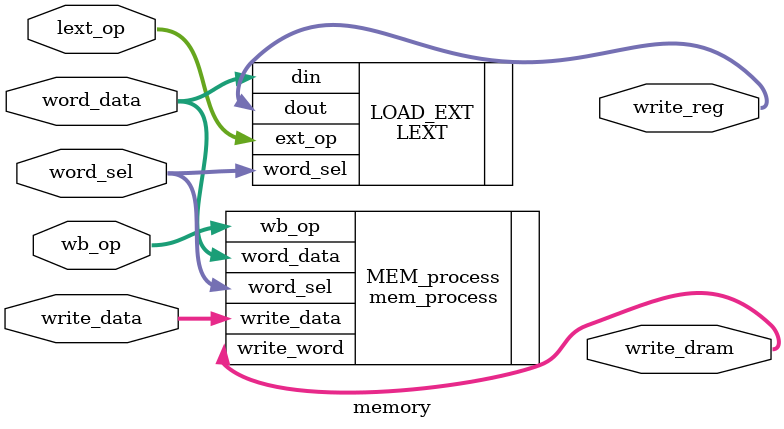
<source format=v>
`timescale 1ns / 1ps

`include "defines.vh"

module memory (
    input wire  [2:0]   wb_op,      // write back operator
    input wire  [2:0]   lext_op,    // Extension operation for load data
    input wire  [1:0]   word_sel,   // Selection for hex or bytes in word
    input wire  [31:0]  word_data,  // word read from dram
    input wire  [31:0]  write_data, // write data, maybe hex or byte or word
    output wire [31:0]  write_dram, // to dram
    output wire [31:0]  write_reg   // to reg
);

    mem_process MEM_process (
        .wb_op(wb_op),
        .word_sel(word_sel),
        .word_data(word_data),
        .write_data(write_data),
        .write_word(write_dram)
    );

    LEXT LOAD_EXT (
        .din(word_data),
        .ext_op(lext_op),
        .word_sel(word_sel),
        .dout(write_reg)
    );

endmodule

</source>
